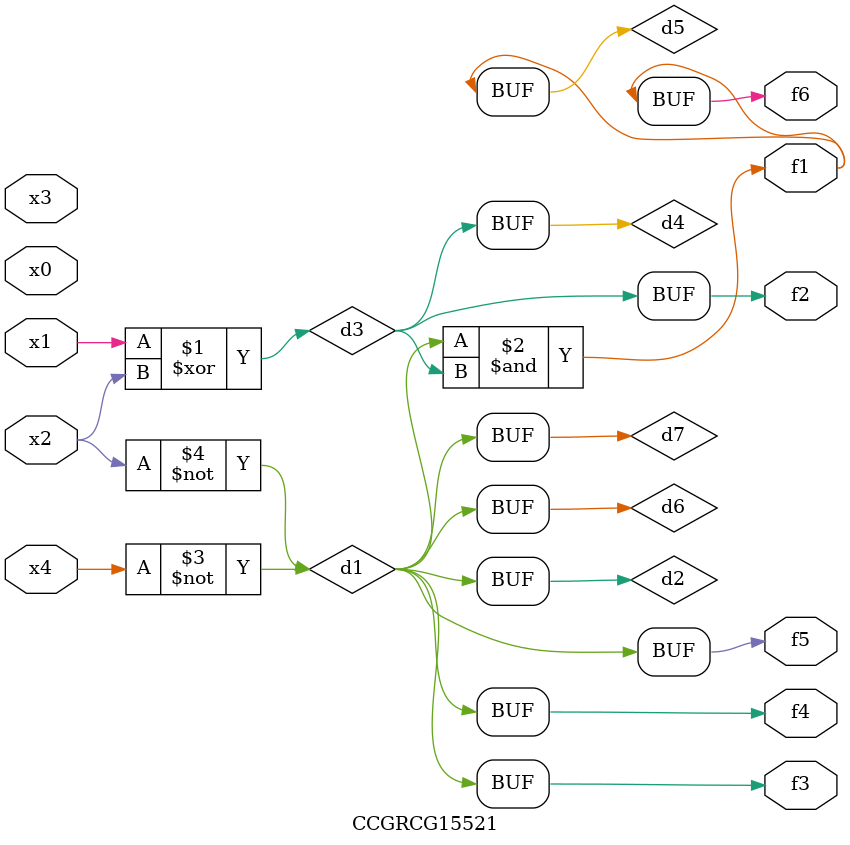
<source format=v>
module CCGRCG15521(
	input x0, x1, x2, x3, x4,
	output f1, f2, f3, f4, f5, f6
);

	wire d1, d2, d3, d4, d5, d6, d7;

	not (d1, x4);
	not (d2, x2);
	xor (d3, x1, x2);
	buf (d4, d3);
	and (d5, d1, d3);
	buf (d6, d1, d2);
	buf (d7, d2);
	assign f1 = d5;
	assign f2 = d4;
	assign f3 = d7;
	assign f4 = d7;
	assign f5 = d7;
	assign f6 = d5;
endmodule

</source>
